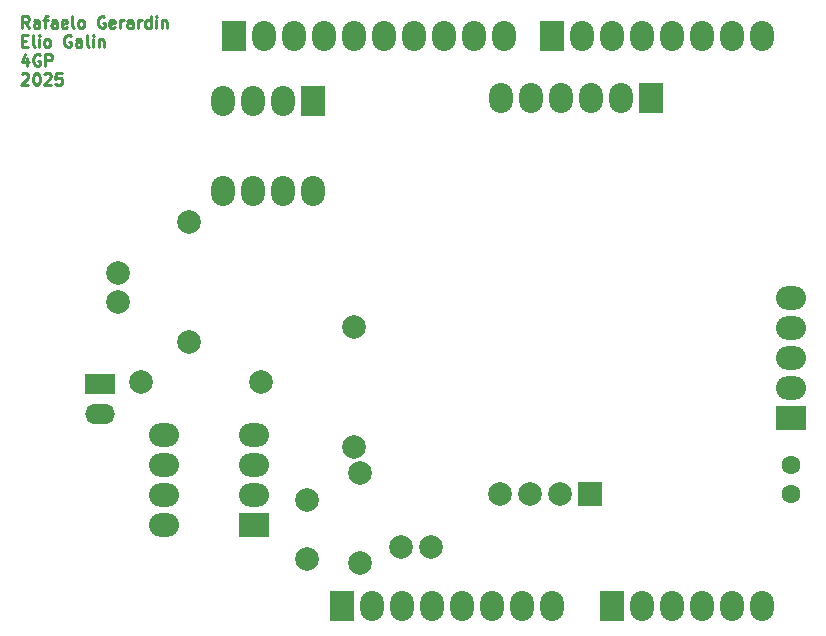
<source format=gbr>
G04 #@! TF.GenerationSoftware,KiCad,Pcbnew,8.0.3*
G04 #@! TF.CreationDate,2025-03-28T14:46:15+01:00*
G04 #@! TF.ProjectId,capteur graphite CouBeh,63617074-6575-4722-9067-726170686974,rev?*
G04 #@! TF.SameCoordinates,Original*
G04 #@! TF.FileFunction,Copper,L1,Top*
G04 #@! TF.FilePolarity,Positive*
%FSLAX46Y46*%
G04 Gerber Fmt 4.6, Leading zero omitted, Abs format (unit mm)*
G04 Created by KiCad (PCBNEW 8.0.3) date 2025-03-28 14:46:15*
%MOMM*%
%LPD*%
G01*
G04 APERTURE LIST*
%ADD10C,0.250000*%
G04 #@! TA.AperFunction,NonConductor*
%ADD11C,0.250000*%
G04 #@! TD*
G04 #@! TA.AperFunction,ComponentPad*
%ADD12R,2.000000X2.540000*%
G04 #@! TD*
G04 #@! TA.AperFunction,ComponentPad*
%ADD13O,2.000000X2.540000*%
G04 #@! TD*
G04 #@! TA.AperFunction,ComponentPad*
%ADD14C,2.000000*%
G04 #@! TD*
G04 #@! TA.AperFunction,ComponentPad*
%ADD15R,2.540000X2.000000*%
G04 #@! TD*
G04 #@! TA.AperFunction,ComponentPad*
%ADD16O,2.540000X2.000000*%
G04 #@! TD*
G04 #@! TA.AperFunction,ComponentPad*
%ADD17C,1.600000*%
G04 #@! TD*
G04 #@! TA.AperFunction,ComponentPad*
%ADD18R,2.540000X1.700000*%
G04 #@! TD*
G04 #@! TA.AperFunction,ComponentPad*
%ADD19O,2.540000X1.700000*%
G04 #@! TD*
G04 #@! TA.AperFunction,ComponentPad*
%ADD20R,2.000000X2.000000*%
G04 #@! TD*
G04 #@! TA.AperFunction,Conductor*
%ADD21C,1.000000*%
G04 #@! TD*
G04 APERTURE END LIST*
D10*
D11*
X101473996Y-48534787D02*
X101140663Y-48058596D01*
X100902568Y-48534787D02*
X100902568Y-47534787D01*
X100902568Y-47534787D02*
X101283520Y-47534787D01*
X101283520Y-47534787D02*
X101378758Y-47582406D01*
X101378758Y-47582406D02*
X101426377Y-47630025D01*
X101426377Y-47630025D02*
X101473996Y-47725263D01*
X101473996Y-47725263D02*
X101473996Y-47868120D01*
X101473996Y-47868120D02*
X101426377Y-47963358D01*
X101426377Y-47963358D02*
X101378758Y-48010977D01*
X101378758Y-48010977D02*
X101283520Y-48058596D01*
X101283520Y-48058596D02*
X100902568Y-48058596D01*
X102331139Y-48534787D02*
X102331139Y-48010977D01*
X102331139Y-48010977D02*
X102283520Y-47915739D01*
X102283520Y-47915739D02*
X102188282Y-47868120D01*
X102188282Y-47868120D02*
X101997806Y-47868120D01*
X101997806Y-47868120D02*
X101902568Y-47915739D01*
X102331139Y-48487168D02*
X102235901Y-48534787D01*
X102235901Y-48534787D02*
X101997806Y-48534787D01*
X101997806Y-48534787D02*
X101902568Y-48487168D01*
X101902568Y-48487168D02*
X101854949Y-48391929D01*
X101854949Y-48391929D02*
X101854949Y-48296691D01*
X101854949Y-48296691D02*
X101902568Y-48201453D01*
X101902568Y-48201453D02*
X101997806Y-48153834D01*
X101997806Y-48153834D02*
X102235901Y-48153834D01*
X102235901Y-48153834D02*
X102331139Y-48106215D01*
X102664473Y-47868120D02*
X103045425Y-47868120D01*
X102807330Y-48534787D02*
X102807330Y-47677644D01*
X102807330Y-47677644D02*
X102854949Y-47582406D01*
X102854949Y-47582406D02*
X102950187Y-47534787D01*
X102950187Y-47534787D02*
X103045425Y-47534787D01*
X103807330Y-48534787D02*
X103807330Y-48010977D01*
X103807330Y-48010977D02*
X103759711Y-47915739D01*
X103759711Y-47915739D02*
X103664473Y-47868120D01*
X103664473Y-47868120D02*
X103473997Y-47868120D01*
X103473997Y-47868120D02*
X103378759Y-47915739D01*
X103807330Y-48487168D02*
X103712092Y-48534787D01*
X103712092Y-48534787D02*
X103473997Y-48534787D01*
X103473997Y-48534787D02*
X103378759Y-48487168D01*
X103378759Y-48487168D02*
X103331140Y-48391929D01*
X103331140Y-48391929D02*
X103331140Y-48296691D01*
X103331140Y-48296691D02*
X103378759Y-48201453D01*
X103378759Y-48201453D02*
X103473997Y-48153834D01*
X103473997Y-48153834D02*
X103712092Y-48153834D01*
X103712092Y-48153834D02*
X103807330Y-48106215D01*
X104664473Y-48487168D02*
X104569235Y-48534787D01*
X104569235Y-48534787D02*
X104378759Y-48534787D01*
X104378759Y-48534787D02*
X104283521Y-48487168D01*
X104283521Y-48487168D02*
X104235902Y-48391929D01*
X104235902Y-48391929D02*
X104235902Y-48010977D01*
X104235902Y-48010977D02*
X104283521Y-47915739D01*
X104283521Y-47915739D02*
X104378759Y-47868120D01*
X104378759Y-47868120D02*
X104569235Y-47868120D01*
X104569235Y-47868120D02*
X104664473Y-47915739D01*
X104664473Y-47915739D02*
X104712092Y-48010977D01*
X104712092Y-48010977D02*
X104712092Y-48106215D01*
X104712092Y-48106215D02*
X104235902Y-48201453D01*
X105283521Y-48534787D02*
X105188283Y-48487168D01*
X105188283Y-48487168D02*
X105140664Y-48391929D01*
X105140664Y-48391929D02*
X105140664Y-47534787D01*
X105807331Y-48534787D02*
X105712093Y-48487168D01*
X105712093Y-48487168D02*
X105664474Y-48439548D01*
X105664474Y-48439548D02*
X105616855Y-48344310D01*
X105616855Y-48344310D02*
X105616855Y-48058596D01*
X105616855Y-48058596D02*
X105664474Y-47963358D01*
X105664474Y-47963358D02*
X105712093Y-47915739D01*
X105712093Y-47915739D02*
X105807331Y-47868120D01*
X105807331Y-47868120D02*
X105950188Y-47868120D01*
X105950188Y-47868120D02*
X106045426Y-47915739D01*
X106045426Y-47915739D02*
X106093045Y-47963358D01*
X106093045Y-47963358D02*
X106140664Y-48058596D01*
X106140664Y-48058596D02*
X106140664Y-48344310D01*
X106140664Y-48344310D02*
X106093045Y-48439548D01*
X106093045Y-48439548D02*
X106045426Y-48487168D01*
X106045426Y-48487168D02*
X105950188Y-48534787D01*
X105950188Y-48534787D02*
X105807331Y-48534787D01*
X107854950Y-47582406D02*
X107759712Y-47534787D01*
X107759712Y-47534787D02*
X107616855Y-47534787D01*
X107616855Y-47534787D02*
X107473998Y-47582406D01*
X107473998Y-47582406D02*
X107378760Y-47677644D01*
X107378760Y-47677644D02*
X107331141Y-47772882D01*
X107331141Y-47772882D02*
X107283522Y-47963358D01*
X107283522Y-47963358D02*
X107283522Y-48106215D01*
X107283522Y-48106215D02*
X107331141Y-48296691D01*
X107331141Y-48296691D02*
X107378760Y-48391929D01*
X107378760Y-48391929D02*
X107473998Y-48487168D01*
X107473998Y-48487168D02*
X107616855Y-48534787D01*
X107616855Y-48534787D02*
X107712093Y-48534787D01*
X107712093Y-48534787D02*
X107854950Y-48487168D01*
X107854950Y-48487168D02*
X107902569Y-48439548D01*
X107902569Y-48439548D02*
X107902569Y-48106215D01*
X107902569Y-48106215D02*
X107712093Y-48106215D01*
X108712093Y-48487168D02*
X108616855Y-48534787D01*
X108616855Y-48534787D02*
X108426379Y-48534787D01*
X108426379Y-48534787D02*
X108331141Y-48487168D01*
X108331141Y-48487168D02*
X108283522Y-48391929D01*
X108283522Y-48391929D02*
X108283522Y-48010977D01*
X108283522Y-48010977D02*
X108331141Y-47915739D01*
X108331141Y-47915739D02*
X108426379Y-47868120D01*
X108426379Y-47868120D02*
X108616855Y-47868120D01*
X108616855Y-47868120D02*
X108712093Y-47915739D01*
X108712093Y-47915739D02*
X108759712Y-48010977D01*
X108759712Y-48010977D02*
X108759712Y-48106215D01*
X108759712Y-48106215D02*
X108283522Y-48201453D01*
X109188284Y-48534787D02*
X109188284Y-47868120D01*
X109188284Y-48058596D02*
X109235903Y-47963358D01*
X109235903Y-47963358D02*
X109283522Y-47915739D01*
X109283522Y-47915739D02*
X109378760Y-47868120D01*
X109378760Y-47868120D02*
X109473998Y-47868120D01*
X110235903Y-48534787D02*
X110235903Y-48010977D01*
X110235903Y-48010977D02*
X110188284Y-47915739D01*
X110188284Y-47915739D02*
X110093046Y-47868120D01*
X110093046Y-47868120D02*
X109902570Y-47868120D01*
X109902570Y-47868120D02*
X109807332Y-47915739D01*
X110235903Y-48487168D02*
X110140665Y-48534787D01*
X110140665Y-48534787D02*
X109902570Y-48534787D01*
X109902570Y-48534787D02*
X109807332Y-48487168D01*
X109807332Y-48487168D02*
X109759713Y-48391929D01*
X109759713Y-48391929D02*
X109759713Y-48296691D01*
X109759713Y-48296691D02*
X109807332Y-48201453D01*
X109807332Y-48201453D02*
X109902570Y-48153834D01*
X109902570Y-48153834D02*
X110140665Y-48153834D01*
X110140665Y-48153834D02*
X110235903Y-48106215D01*
X110712094Y-48534787D02*
X110712094Y-47868120D01*
X110712094Y-48058596D02*
X110759713Y-47963358D01*
X110759713Y-47963358D02*
X110807332Y-47915739D01*
X110807332Y-47915739D02*
X110902570Y-47868120D01*
X110902570Y-47868120D02*
X110997808Y-47868120D01*
X111759713Y-48534787D02*
X111759713Y-47534787D01*
X111759713Y-48487168D02*
X111664475Y-48534787D01*
X111664475Y-48534787D02*
X111473999Y-48534787D01*
X111473999Y-48534787D02*
X111378761Y-48487168D01*
X111378761Y-48487168D02*
X111331142Y-48439548D01*
X111331142Y-48439548D02*
X111283523Y-48344310D01*
X111283523Y-48344310D02*
X111283523Y-48058596D01*
X111283523Y-48058596D02*
X111331142Y-47963358D01*
X111331142Y-47963358D02*
X111378761Y-47915739D01*
X111378761Y-47915739D02*
X111473999Y-47868120D01*
X111473999Y-47868120D02*
X111664475Y-47868120D01*
X111664475Y-47868120D02*
X111759713Y-47915739D01*
X112235904Y-48534787D02*
X112235904Y-47868120D01*
X112235904Y-47534787D02*
X112188285Y-47582406D01*
X112188285Y-47582406D02*
X112235904Y-47630025D01*
X112235904Y-47630025D02*
X112283523Y-47582406D01*
X112283523Y-47582406D02*
X112235904Y-47534787D01*
X112235904Y-47534787D02*
X112235904Y-47630025D01*
X112712094Y-47868120D02*
X112712094Y-48534787D01*
X112712094Y-47963358D02*
X112759713Y-47915739D01*
X112759713Y-47915739D02*
X112854951Y-47868120D01*
X112854951Y-47868120D02*
X112997808Y-47868120D01*
X112997808Y-47868120D02*
X113093046Y-47915739D01*
X113093046Y-47915739D02*
X113140665Y-48010977D01*
X113140665Y-48010977D02*
X113140665Y-48534787D01*
X100902568Y-49620921D02*
X101235901Y-49620921D01*
X101378758Y-50144731D02*
X100902568Y-50144731D01*
X100902568Y-50144731D02*
X100902568Y-49144731D01*
X100902568Y-49144731D02*
X101378758Y-49144731D01*
X101950187Y-50144731D02*
X101854949Y-50097112D01*
X101854949Y-50097112D02*
X101807330Y-50001873D01*
X101807330Y-50001873D02*
X101807330Y-49144731D01*
X102331140Y-50144731D02*
X102331140Y-49478064D01*
X102331140Y-49144731D02*
X102283521Y-49192350D01*
X102283521Y-49192350D02*
X102331140Y-49239969D01*
X102331140Y-49239969D02*
X102378759Y-49192350D01*
X102378759Y-49192350D02*
X102331140Y-49144731D01*
X102331140Y-49144731D02*
X102331140Y-49239969D01*
X102950187Y-50144731D02*
X102854949Y-50097112D01*
X102854949Y-50097112D02*
X102807330Y-50049492D01*
X102807330Y-50049492D02*
X102759711Y-49954254D01*
X102759711Y-49954254D02*
X102759711Y-49668540D01*
X102759711Y-49668540D02*
X102807330Y-49573302D01*
X102807330Y-49573302D02*
X102854949Y-49525683D01*
X102854949Y-49525683D02*
X102950187Y-49478064D01*
X102950187Y-49478064D02*
X103093044Y-49478064D01*
X103093044Y-49478064D02*
X103188282Y-49525683D01*
X103188282Y-49525683D02*
X103235901Y-49573302D01*
X103235901Y-49573302D02*
X103283520Y-49668540D01*
X103283520Y-49668540D02*
X103283520Y-49954254D01*
X103283520Y-49954254D02*
X103235901Y-50049492D01*
X103235901Y-50049492D02*
X103188282Y-50097112D01*
X103188282Y-50097112D02*
X103093044Y-50144731D01*
X103093044Y-50144731D02*
X102950187Y-50144731D01*
X104997806Y-49192350D02*
X104902568Y-49144731D01*
X104902568Y-49144731D02*
X104759711Y-49144731D01*
X104759711Y-49144731D02*
X104616854Y-49192350D01*
X104616854Y-49192350D02*
X104521616Y-49287588D01*
X104521616Y-49287588D02*
X104473997Y-49382826D01*
X104473997Y-49382826D02*
X104426378Y-49573302D01*
X104426378Y-49573302D02*
X104426378Y-49716159D01*
X104426378Y-49716159D02*
X104473997Y-49906635D01*
X104473997Y-49906635D02*
X104521616Y-50001873D01*
X104521616Y-50001873D02*
X104616854Y-50097112D01*
X104616854Y-50097112D02*
X104759711Y-50144731D01*
X104759711Y-50144731D02*
X104854949Y-50144731D01*
X104854949Y-50144731D02*
X104997806Y-50097112D01*
X104997806Y-50097112D02*
X105045425Y-50049492D01*
X105045425Y-50049492D02*
X105045425Y-49716159D01*
X105045425Y-49716159D02*
X104854949Y-49716159D01*
X105902568Y-50144731D02*
X105902568Y-49620921D01*
X105902568Y-49620921D02*
X105854949Y-49525683D01*
X105854949Y-49525683D02*
X105759711Y-49478064D01*
X105759711Y-49478064D02*
X105569235Y-49478064D01*
X105569235Y-49478064D02*
X105473997Y-49525683D01*
X105902568Y-50097112D02*
X105807330Y-50144731D01*
X105807330Y-50144731D02*
X105569235Y-50144731D01*
X105569235Y-50144731D02*
X105473997Y-50097112D01*
X105473997Y-50097112D02*
X105426378Y-50001873D01*
X105426378Y-50001873D02*
X105426378Y-49906635D01*
X105426378Y-49906635D02*
X105473997Y-49811397D01*
X105473997Y-49811397D02*
X105569235Y-49763778D01*
X105569235Y-49763778D02*
X105807330Y-49763778D01*
X105807330Y-49763778D02*
X105902568Y-49716159D01*
X106521616Y-50144731D02*
X106426378Y-50097112D01*
X106426378Y-50097112D02*
X106378759Y-50001873D01*
X106378759Y-50001873D02*
X106378759Y-49144731D01*
X106902569Y-50144731D02*
X106902569Y-49478064D01*
X106902569Y-49144731D02*
X106854950Y-49192350D01*
X106854950Y-49192350D02*
X106902569Y-49239969D01*
X106902569Y-49239969D02*
X106950188Y-49192350D01*
X106950188Y-49192350D02*
X106902569Y-49144731D01*
X106902569Y-49144731D02*
X106902569Y-49239969D01*
X107378759Y-49478064D02*
X107378759Y-50144731D01*
X107378759Y-49573302D02*
X107426378Y-49525683D01*
X107426378Y-49525683D02*
X107521616Y-49478064D01*
X107521616Y-49478064D02*
X107664473Y-49478064D01*
X107664473Y-49478064D02*
X107759711Y-49525683D01*
X107759711Y-49525683D02*
X107807330Y-49620921D01*
X107807330Y-49620921D02*
X107807330Y-50144731D01*
X101331139Y-51088008D02*
X101331139Y-51754675D01*
X101093044Y-50707056D02*
X100854949Y-51421341D01*
X100854949Y-51421341D02*
X101473996Y-51421341D01*
X102378758Y-50802294D02*
X102283520Y-50754675D01*
X102283520Y-50754675D02*
X102140663Y-50754675D01*
X102140663Y-50754675D02*
X101997806Y-50802294D01*
X101997806Y-50802294D02*
X101902568Y-50897532D01*
X101902568Y-50897532D02*
X101854949Y-50992770D01*
X101854949Y-50992770D02*
X101807330Y-51183246D01*
X101807330Y-51183246D02*
X101807330Y-51326103D01*
X101807330Y-51326103D02*
X101854949Y-51516579D01*
X101854949Y-51516579D02*
X101902568Y-51611817D01*
X101902568Y-51611817D02*
X101997806Y-51707056D01*
X101997806Y-51707056D02*
X102140663Y-51754675D01*
X102140663Y-51754675D02*
X102235901Y-51754675D01*
X102235901Y-51754675D02*
X102378758Y-51707056D01*
X102378758Y-51707056D02*
X102426377Y-51659436D01*
X102426377Y-51659436D02*
X102426377Y-51326103D01*
X102426377Y-51326103D02*
X102235901Y-51326103D01*
X102854949Y-51754675D02*
X102854949Y-50754675D01*
X102854949Y-50754675D02*
X103235901Y-50754675D01*
X103235901Y-50754675D02*
X103331139Y-50802294D01*
X103331139Y-50802294D02*
X103378758Y-50849913D01*
X103378758Y-50849913D02*
X103426377Y-50945151D01*
X103426377Y-50945151D02*
X103426377Y-51088008D01*
X103426377Y-51088008D02*
X103378758Y-51183246D01*
X103378758Y-51183246D02*
X103331139Y-51230865D01*
X103331139Y-51230865D02*
X103235901Y-51278484D01*
X103235901Y-51278484D02*
X102854949Y-51278484D01*
X100854949Y-52459857D02*
X100902568Y-52412238D01*
X100902568Y-52412238D02*
X100997806Y-52364619D01*
X100997806Y-52364619D02*
X101235901Y-52364619D01*
X101235901Y-52364619D02*
X101331139Y-52412238D01*
X101331139Y-52412238D02*
X101378758Y-52459857D01*
X101378758Y-52459857D02*
X101426377Y-52555095D01*
X101426377Y-52555095D02*
X101426377Y-52650333D01*
X101426377Y-52650333D02*
X101378758Y-52793190D01*
X101378758Y-52793190D02*
X100807330Y-53364619D01*
X100807330Y-53364619D02*
X101426377Y-53364619D01*
X102045425Y-52364619D02*
X102140663Y-52364619D01*
X102140663Y-52364619D02*
X102235901Y-52412238D01*
X102235901Y-52412238D02*
X102283520Y-52459857D01*
X102283520Y-52459857D02*
X102331139Y-52555095D01*
X102331139Y-52555095D02*
X102378758Y-52745571D01*
X102378758Y-52745571D02*
X102378758Y-52983666D01*
X102378758Y-52983666D02*
X102331139Y-53174142D01*
X102331139Y-53174142D02*
X102283520Y-53269380D01*
X102283520Y-53269380D02*
X102235901Y-53317000D01*
X102235901Y-53317000D02*
X102140663Y-53364619D01*
X102140663Y-53364619D02*
X102045425Y-53364619D01*
X102045425Y-53364619D02*
X101950187Y-53317000D01*
X101950187Y-53317000D02*
X101902568Y-53269380D01*
X101902568Y-53269380D02*
X101854949Y-53174142D01*
X101854949Y-53174142D02*
X101807330Y-52983666D01*
X101807330Y-52983666D02*
X101807330Y-52745571D01*
X101807330Y-52745571D02*
X101854949Y-52555095D01*
X101854949Y-52555095D02*
X101902568Y-52459857D01*
X101902568Y-52459857D02*
X101950187Y-52412238D01*
X101950187Y-52412238D02*
X102045425Y-52364619D01*
X102759711Y-52459857D02*
X102807330Y-52412238D01*
X102807330Y-52412238D02*
X102902568Y-52364619D01*
X102902568Y-52364619D02*
X103140663Y-52364619D01*
X103140663Y-52364619D02*
X103235901Y-52412238D01*
X103235901Y-52412238D02*
X103283520Y-52459857D01*
X103283520Y-52459857D02*
X103331139Y-52555095D01*
X103331139Y-52555095D02*
X103331139Y-52650333D01*
X103331139Y-52650333D02*
X103283520Y-52793190D01*
X103283520Y-52793190D02*
X102712092Y-53364619D01*
X102712092Y-53364619D02*
X103331139Y-53364619D01*
X104235901Y-52364619D02*
X103759711Y-52364619D01*
X103759711Y-52364619D02*
X103712092Y-52840809D01*
X103712092Y-52840809D02*
X103759711Y-52793190D01*
X103759711Y-52793190D02*
X103854949Y-52745571D01*
X103854949Y-52745571D02*
X104093044Y-52745571D01*
X104093044Y-52745571D02*
X104188282Y-52793190D01*
X104188282Y-52793190D02*
X104235901Y-52840809D01*
X104235901Y-52840809D02*
X104283520Y-52936047D01*
X104283520Y-52936047D02*
X104283520Y-53174142D01*
X104283520Y-53174142D02*
X104235901Y-53269380D01*
X104235901Y-53269380D02*
X104188282Y-53317000D01*
X104188282Y-53317000D02*
X104093044Y-53364619D01*
X104093044Y-53364619D02*
X103854949Y-53364619D01*
X103854949Y-53364619D02*
X103759711Y-53317000D01*
X103759711Y-53317000D02*
X103712092Y-53269380D01*
D12*
X127940000Y-97460000D03*
D13*
X130480000Y-97460000D03*
X133020000Y-97460000D03*
X135560000Y-97460000D03*
X138100000Y-97460000D03*
X140640000Y-97460000D03*
X143180000Y-97460000D03*
X145720000Y-97460000D03*
D12*
X150800000Y-97460000D03*
D13*
X153340000Y-97460000D03*
X155880000Y-97460000D03*
X158420000Y-97460000D03*
X160960000Y-97460000D03*
X163500000Y-97460000D03*
D12*
X118796000Y-49200000D03*
D13*
X121336000Y-49200000D03*
X123876000Y-49200000D03*
X126416000Y-49200000D03*
X128956000Y-49200000D03*
X131496000Y-49200000D03*
X134036000Y-49200000D03*
X136576000Y-49200000D03*
X139116000Y-49200000D03*
X141656000Y-49200000D03*
D12*
X145720000Y-49200000D03*
D13*
X148260000Y-49200000D03*
X150800000Y-49200000D03*
X153340000Y-49200000D03*
X155880000Y-49200000D03*
X158420000Y-49200000D03*
X160960000Y-49200000D03*
X163500000Y-49200000D03*
D14*
X115000000Y-65000000D03*
X115000000Y-75160000D03*
D15*
X166000000Y-81540000D03*
D16*
X166000000Y-79000000D03*
X166000000Y-76460000D03*
X166000000Y-73920000D03*
X166000000Y-71380000D03*
D14*
X129000000Y-73840000D03*
X129000000Y-84000000D03*
X110920000Y-78500000D03*
X121080000Y-78500000D03*
D12*
X154120000Y-54500000D03*
D13*
X151580000Y-54500000D03*
X149040000Y-54500000D03*
X146500000Y-54500000D03*
X143960000Y-54500000D03*
X141420000Y-54500000D03*
D14*
X125000000Y-88500000D03*
X125000000Y-93500000D03*
D12*
X125500000Y-54690000D03*
D13*
X122960000Y-54690000D03*
X120420000Y-54690000D03*
X117880000Y-54690000D03*
X117880000Y-62310000D03*
X120420000Y-62310000D03*
X122960000Y-62310000D03*
X125500000Y-62310000D03*
D17*
X166000000Y-88000000D03*
X166000000Y-85500000D03*
D18*
X107500000Y-78680000D03*
D19*
X107500000Y-81220000D03*
D14*
X109000000Y-69250000D03*
X109000000Y-71750000D03*
D15*
X120500000Y-90620000D03*
D16*
X120500000Y-88080000D03*
X120500000Y-85540000D03*
X120500000Y-83000000D03*
X112880000Y-83000000D03*
X112880000Y-85540000D03*
X112880000Y-88080000D03*
X112880000Y-90620000D03*
D14*
X133000000Y-92500000D03*
X135500000Y-92500000D03*
X129500000Y-86190000D03*
X129500000Y-93810000D03*
D20*
X149000000Y-88000000D03*
D14*
X146460000Y-88000000D03*
X143920000Y-88000000D03*
X141380000Y-88000000D03*
D21*
X112880000Y-85540000D02*
X113040000Y-85540000D01*
X110740000Y-78680000D02*
X110920000Y-78500000D01*
M02*

</source>
